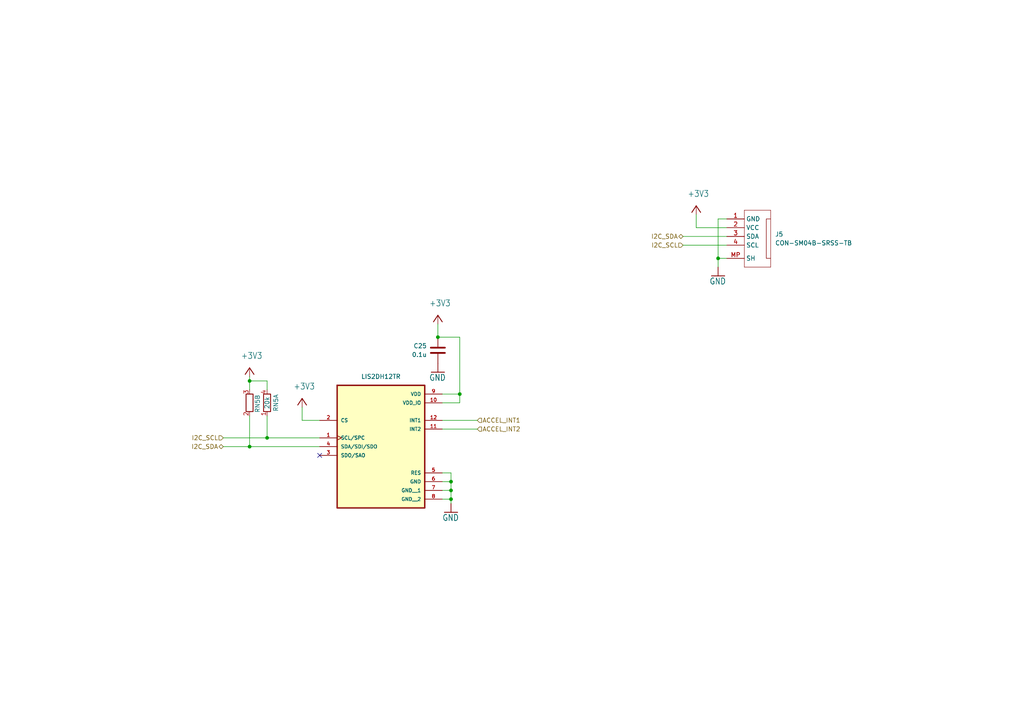
<source format=kicad_sch>
(kicad_sch (version 20250114) (generator "eeschema") (generator_version "9.0")
  (paper "A4")
  (title_block (title "nRF9151 Feather") (date "2024-12-04") (rev "1.0") (company "Circuit Dojo LLC"))
  (lib_symbols
    (symbol "Device:C" (pin_numbers (hide yes)) (pin_names (offset 0.254))
      (property "Reference" "C" (at 0.635 2.54 0))
      (property "Value" "C" (at 0.635 -2.54 0))
      (symbol "C_0_1"
        (polyline (pts (xy -2.032 0.762) (xy 2.032 0.762)) (stroke (width 0.508)))
        (polyline (pts (xy -2.032 -0.762) (xy 2.032 -0.762)) (stroke (width 0.508)))
      )
      (symbol "C_1_1"
        (pin passive line (at 0 3.81 270) (length 2.794) (name "~") (number "1"))
        (pin passive line (at 0 -3.81 90) (length 2.794) (name "~") (number "2"))
      )
    )
    (symbol "Device:R_Pack02_Split" (pin_names (offset 0) (hide yes))
      (property "Reference" "RN" (at 2.032 0 90))
      (property "Value" "R_Pack02_Split" (at 0 0 90))
      (symbol "R_Pack02_Split_0_1"
        (rectangle (start 1.016 2.54) (end -1.016 -2.54) (stroke (width 0.254)))
      )
      (symbol "R_Pack02_Split_1_1"
        (pin passive line (at 0 3.81 270) (length 1.27) (name "R1.2") (number "4"))
        (pin passive line (at 0 -3.81 90) (length 1.27) (name "R1.1") (number "1"))
      )
      (symbol "R_Pack02_Split_2_1"
        (pin passive line (at 0 3.81 270) (length 1.27) (name "R2.2") (number "3"))
        (pin passive line (at 0 -3.81 90) (length 1.27) (name "R2.1") (number "2"))
      )
    )
    (symbol "LIS2DH12TR:LIS2DH12TR" (pin_names (offset 1.016))
      (property "Reference" "U" (at -12.7489 15.2986 0))
      (property "Value" "LIS2DH12TR" (at -12.7525 -22.9337 0))
      (symbol "LIS2DH12TR_0_0"
        (rectangle (start -12.7 -20.32) (end 12.7 15.24) (stroke (width 0.41)) (fill (type background)))
        (pin input line (at -17.78 5.08 0) (length 5.08) (name "CS") (number "2"))
        (pin bidirectional clock (at -17.78 0 0) (length 5.08) (name "SCL/SPC") (number "1"))
        (pin bidirectional line (at -17.78 -2.54 0) (length 5.08) (name "SDA/SDI/SDO") (number "4"))
        (pin bidirectional line (at -17.78 -5.08 0) (length 5.08) (name "SDO/SAO") (number "3"))
        (pin power_in line (at 17.78 12.7 180) (length 5.08) (name "VDD") (number "9"))
        (pin power_in line (at 17.78 10.16 180) (length 5.08) (name "VDD_IO") (number "10"))
        (pin output line (at 17.78 5.08 180) (length 5.08) (name "INT1") (number "12"))
        (pin output line (at 17.78 2.54 180) (length 5.08) (name "INT2") (number "11"))
        (pin power_in line (at 17.78 -10.16 180) (length 5.08) (name "RES") (number "5"))
        (pin power_in line (at 17.78 -12.7 180) (length 5.08) (name "GND") (number "6"))
        (pin power_in line (at 17.78 -15.24 180) (length 5.08) (name "GND__1") (number "7"))
        (pin power_in line (at 17.78 -17.78 180) (length 5.08) (name "GND__2") (number "8"))
      )
    )
    (symbol "SparkFun-Qwiic:SM04B-SRSS-TB"
      (property "Reference" "J" (at -3.048 8.89 0))
      (symbol "SM04B-SRSS-TB_0_1"
        (polyline (pts (xy 3.81 5.08) (xy 2.54 5.08) (xy 2.54 -6.35) (xy 3.81 -6.35)))
      )
      (symbol "SM04B-SRSS-TB_1_1"
        (polyline (pts (xy -3.81 7.62) (xy -3.81 -8.89)) (stroke (width 0.127)))
        (polyline (pts (xy -3.81 -8.89) (xy 3.81 -8.89)) (stroke (width 0.127)))
        (polyline (pts (xy 3.81 7.62) (xy -3.81 7.62)) (stroke (width 0.127)))
        (polyline (pts (xy 3.81 -8.89) (xy 3.81 7.62)) (stroke (width 0.127)))
        (pin unspecified line (at -8.89 5.08 0) (length 5.08) (name "GND") (number "1"))
        (pin unspecified line (at -8.89 2.54 0) (length 5.08) (name "VCC") (number "2"))
        (pin unspecified line (at -8.89 0 0) (length 5.08) (name "SDA") (number "3"))
        (pin unspecified line (at -8.89 -2.54 0) (length 5.08) (name "SCL") (number "4"))
        (pin unspecified line (at -8.89 -6.35 0) (length 5.08) (name "SH") (number "MP"))
      )
    )
    (symbol "nrf91-feather-eagle-import:+3V3" (power)
      (property "Value" "+3V3" (at -2.54 -5.08 90))
      (symbol "+3V3_1_0"
        (polyline (pts (xy 0 0) (xy -1.27 -1.905)) (stroke (width 0.254)))
        (polyline (pts (xy 1.27 -1.905) (xy 0 0)) (stroke (width 0.254)))
        (pin power_in line (at 0 -2.54 90) (length 2.54) (name "+3V3") (number "1"))
      )
    )
    (symbol "nrf91-feather-eagle-import:GND" (power)
      (property "Value" "GND" (at -2.54 -2.54 0))
      (symbol "GND_1_0"
        (polyline (pts (xy -1.905 0) (xy 1.905 0)) (stroke (width 0.254)))
        (pin power_in line (at 0 2.54 270) (length 2.54) (name "GND") (number "1"))
      )
    )
  )
  (junction (at 77.47 127))
  (junction (at 127 97.79))
  (junction (at 72.39 129.54))
  (junction (at 72.39 110.49))
  (junction (at 130.81 139.7))
  (junction (at 208.28 74.93))
  (junction (at 130.81 142.24))
  (junction (at 130.81 144.78))
  (junction (at 133.35 114.3))
  (no_connect (at 92.71 132.08))
  (wire (pts (xy 77.47 110.49) (xy 77.47 113.03)))
  (wire (pts (xy 130.81 142.24) (xy 130.81 144.78)))
  (wire (pts (xy 201.93 66.04) (xy 201.93 62.23)))
  (wire (pts (xy 138.43 124.46) (xy 128.27 124.46)))
  (wire (pts (xy 133.35 116.84) (xy 133.35 114.3)))
  (wire (pts (xy 130.81 144.78) (xy 130.81 146.05)))
  (wire (pts (xy 130.81 137.16) (xy 130.81 139.7)))
  (wire (pts (xy 127 93.98) (xy 127 97.79)))
  (wire (pts (xy 72.39 109.22) (xy 72.39 110.49)))
  (wire (pts (xy 198.12 68.58) (xy 210.82 68.58)))
  (wire (pts (xy 77.47 120.65) (xy 77.47 127)))
  (wire (pts (xy 133.35 114.3) (xy 128.27 114.3)))
  (wire (pts (xy 210.82 63.5) (xy 208.28 63.5)))
  (wire (pts (xy 128.27 142.24) (xy 130.81 142.24)))
  (wire (pts (xy 133.35 97.79) (xy 127 97.79)))
  (wire (pts (xy 210.82 66.04) (xy 201.93 66.04)))
  (wire (pts (xy 87.63 121.92) (xy 87.63 118.11)))
  (wire (pts (xy 72.39 113.03) (xy 72.39 110.49)))
  (wire (pts (xy 208.28 63.5) (xy 208.28 74.93)))
  (wire (pts (xy 92.71 121.92) (xy 87.63 121.92)))
  (wire (pts (xy 64.77 127) (xy 77.47 127)))
  (wire (pts (xy 198.12 71.12) (xy 210.82 71.12)))
  (wire (pts (xy 208.28 74.93) (xy 210.82 74.93)))
  (wire (pts (xy 72.39 129.54) (xy 92.71 129.54)))
  (wire (pts (xy 130.81 139.7) (xy 130.81 142.24)))
  (wire (pts (xy 133.35 97.79) (xy 133.35 114.3)))
  (wire (pts (xy 208.28 74.93) (xy 208.28 77.47)))
  (wire (pts (xy 128.27 144.78) (xy 130.81 144.78)))
  (wire (pts (xy 72.39 120.65) (xy 72.39 129.54)))
  (wire (pts (xy 72.39 110.49) (xy 77.47 110.49)))
  (wire (pts (xy 138.43 121.92) (xy 128.27 121.92)))
  (wire (pts (xy 128.27 137.16) (xy 130.81 137.16)))
  (wire (pts (xy 128.27 139.7) (xy 130.81 139.7)))
  (wire (pts (xy 77.47 127) (xy 92.71 127)))
  (wire (pts (xy 64.77 129.54) (xy 72.39 129.54)))
  (wire (pts (xy 128.27 116.84) (xy 133.35 116.84)))
  (hierarchical_label "I2C_SDA" (shape bidirectional) (at 198.12 68.58 180))
  (hierarchical_label "I2C_SDA" (shape bidirectional) (at 64.77 129.54 180))
  (hierarchical_label "I2C_SCL" (shape input) (at 64.77 127 180))
  (hierarchical_label "ACCEL_INT2" (shape input) (at 138.43 124.46 0))
  (hierarchical_label "I2C_SCL" (shape input) (at 198.12 71.12 180))
  (hierarchical_label "ACCEL_INT1" (shape input) (at 138.43 121.92 0))
  (symbol (lib_id "nrf91-feather-eagle-import:+3V3") (at 72.39 106.68 0) (unit 1)
    (property "Reference" "#+3V04" (effects (hide yes)))
    (property "Value" "+3V3" (at 69.85 104.14 0) (effects (font (size 1.778 1.5113)) (justify left bottom)))
  )
  (symbol (lib_id "nrf91-feather-eagle-import:+3V3") (at 87.63 115.57 0) (unit 1)
    (property "Reference" "#+3V011" (effects (hide yes)))
    (property "Value" "+3V3" (at 85.09 113.03 0) (effects (font (size 1.778 1.5113)) (justify left bottom)))
  )
  (symbol (lib_id "nrf91-feather-eagle-import:GND") (at 208.28 80.01 0) (unit 1)
    (property "Reference" "#GND058" (effects (hide yes)))
    (property "Value" "GND" (at 205.74 82.55 0) (effects (font (size 1.778 1.5113)) (justify left bottom)))
  )
  (symbol (lib_id "Device:R_Pack02_Split") (at 77.47 116.84 0) (mirror y) (unit 1)
    (property "Reference" "RN5" (at 80.01 116.84 90))
    (property "Value" "20k" (at 77.47 116.84 90))
    (property "Footprint" "Resistor_SMD:R_Array_Convex_2x0402" (effects (hide yes)))
    (property "Description" "2 resistor network, parallel topology, split" (effects (hide yes)))
    (property "Circuit Dojo PN" "RES-20K-5%-0404-DUAL" (effects (hide yes)))
  )
  (symbol (lib_id "LIS2DH12TR:LIS2DH12TR") (at 110.49 127 0) (unit 1)
    (property "Reference" "U7" (effects (hide yes)))
    (property "Value" "LIS2DH12TR" (at 110.49 109.22 0))
    (property "Footprint" "LIS2DH12TR 2:PQFN50P200X200100-12N" (effects (hide yes)))
    (property "MF" "STMicroelectronics" (effects (hide yes)))
    (property "DESCRIPTION" "MEMS digital output motion sensor: ultra low-power high performance 3-axes femto accelerometer" (effects (hide yes)))
    (property "PACKAGE" "LGA-12 STMicroelectronics" (effects (hide yes)))
    (property "PRICE" "0.87 USD" (effects (hide yes)))
    (property "MP" "LIS2DH12TR" (effects (hide yes)))
    (property "AVAILABILITY" "Good" (effects (hide yes)))
    (property "Circuit Dojo PN" "IC-LIS2DH12TR" (effects (hide yes)))
  )
  (symbol (lib_id "Device:R_Pack02_Split") (at 72.39 116.84 0) (unit 2)
    (property "Reference" "RN5" (at 74.676 117.094 90))
    (property "Value" "20k" (effects (hide yes)))
    (property "Footprint" "Resistor_SMD:R_Array_Convex_2x0402" (effects (hide yes)))
    (property "Description" "2 resistor network, parallel topology, split" (effects (hide yes)))
    (property "Circuit Dojo PN" "RES-20K-5%-0404-DUAL" (effects (hide yes)))
  )
  (symbol (lib_id "Device:C") (at 127 101.6 0) (mirror y) (unit 1)
    (property "Reference" "C25" (at 123.825 100.33 0) (effects (justify left)))
    (property "Value" "0.1u" (at 123.825 102.87 0) (effects (justify left)))
    (property "Footprint" "Capacitor_SMD:C_0402_1005Metric" (effects (hide yes)))
    (property "Circuit Dojo PN" "CAP-0.1U-50V-0402" (effects (hide yes)))
  )
  (symbol (lib_id "SparkFun-Qwiic:SM04B-SRSS-TB") (at 219.71 68.58 0) (unit 1)
    (property "Reference" "J5" (at 224.79 67.9449 0) (effects (justify left)))
    (property "Value" "CON-SM04B-SRSS-TB" (at 224.79 70.4849 0) (effects (justify left)))
    (property "Footprint" "Connector_JST:JST_SH_SM04B-SRSS-TB_1x04-1MP_P1.00mm_Horizontal" (effects (hide yes)))
    (property "Circuit Dojo PN" "CON-SM04B-SRSS-TB" (effects (hide yes)))
  )
  (symbol (lib_id "nrf91-feather-eagle-import:+3V3") (at 127 91.44 0) (unit 1)
    (property "Reference" "#+3V010" (effects (hide yes)))
    (property "Value" "+3V3" (at 124.46 88.9 0) (effects (font (size 1.778 1.5113)) (justify left bottom)))
  )
  (symbol (lib_id "nrf91-feather-eagle-import:GND") (at 130.81 148.59 0) (unit 1)
    (property "Reference" "#GND026" (effects (hide yes)))
    (property "Value" "GND" (at 128.27 151.13 0) (effects (font (size 1.778 1.5113)) (justify left bottom)))
  )
  (symbol (lib_id "nrf91-feather-eagle-import:+3V3") (at 201.93 59.69 0) (unit 1)
    (property "Reference" "#+3V013" (effects (hide yes)))
    (property "Value" "+3V3" (at 199.39 57.15 0) (effects (font (size 1.778 1.5113)) (justify left bottom)))
  )
  (symbol (lib_id "nrf91-feather-eagle-import:GND") (at 127 107.95 0) (unit 1)
    (property "Reference" "#GND027" (effects (hide yes)))
    (property "Value" "GND" (at 124.46 110.49 0) (effects (font (size 1.778 1.5113)) (justify left bottom)))
  )
)
</source>
